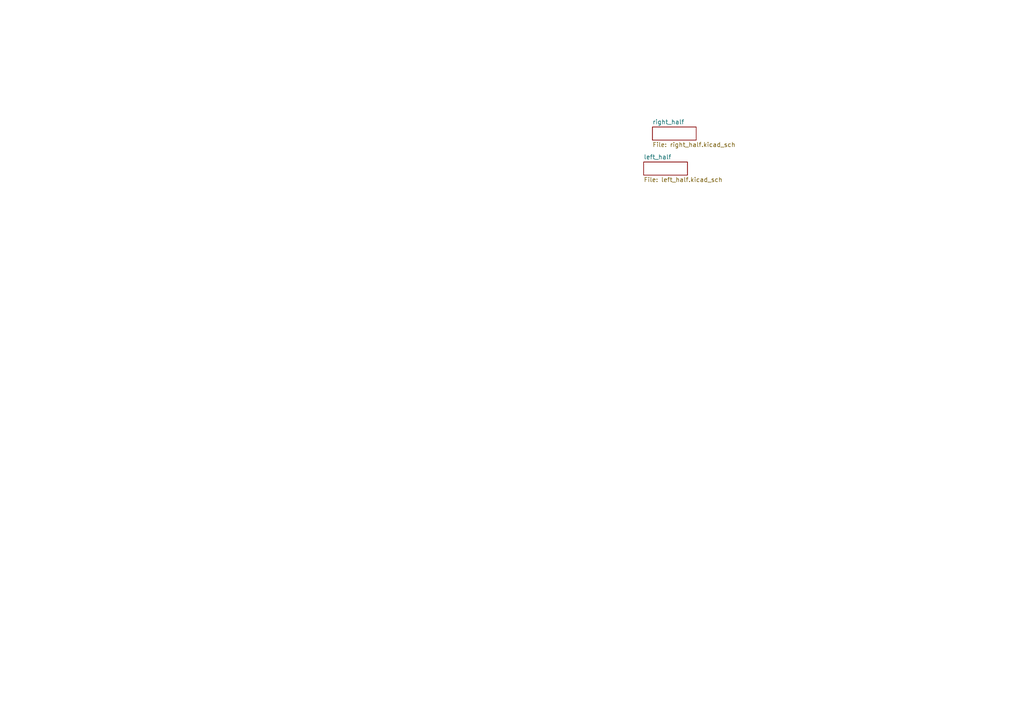
<source format=kicad_sch>
(kicad_sch
	(version 20250114)
	(generator "eeschema")
	(generator_version "9.0")
	(uuid "dec7b612-5286-43f0-bb9e-7cb477e89135")
	(paper "A4")
	(lib_symbols)
	(sheet
		(at 189.23 36.83)
		(size 12.7 3.81)
		(exclude_from_sim no)
		(in_bom yes)
		(on_board yes)
		(dnp no)
		(fields_autoplaced yes)
		(stroke
			(width 0.1524)
			(type solid)
		)
		(fill
			(color 0 0 0 0.0000)
		)
		(uuid "4385fa10-9c24-45eb-a15b-dfb81272d8a7")
		(property "Sheetname" "right_half"
			(at 189.23 36.1184 0)
			(effects
				(font
					(size 1.27 1.27)
				)
				(justify left bottom)
			)
		)
		(property "Sheetfile" "right_half.kicad_sch"
			(at 189.23 41.2246 0)
			(effects
				(font
					(size 1.27 1.27)
				)
				(justify left top)
			)
		)
		(instances
			(project "Split keyboard"
				(path "/dec7b612-5286-43f0-bb9e-7cb477e89135"
					(page "3")
				)
			)
		)
	)
	(sheet
		(at 186.69 46.99)
		(size 12.7 3.81)
		(exclude_from_sim no)
		(in_bom yes)
		(on_board yes)
		(dnp no)
		(fields_autoplaced yes)
		(stroke
			(width 0.1524)
			(type solid)
		)
		(fill
			(color 0 0 0 0.0000)
		)
		(uuid "adf8f5b5-b77a-4853-ad04-a5b53281c48d")
		(property "Sheetname" "left_half"
			(at 186.69 46.2784 0)
			(effects
				(font
					(size 1.27 1.27)
				)
				(justify left bottom)
			)
		)
		(property "Sheetfile" "left_half.kicad_sch"
			(at 186.69 51.3846 0)
			(effects
				(font
					(size 1.27 1.27)
				)
				(justify left top)
			)
		)
		(instances
			(project "Split keyboard"
				(path "/dec7b612-5286-43f0-bb9e-7cb477e89135"
					(page "2")
				)
			)
		)
	)
	(sheet_instances
		(path "/"
			(page "1")
		)
	)
	(embedded_fonts no)
)

</source>
